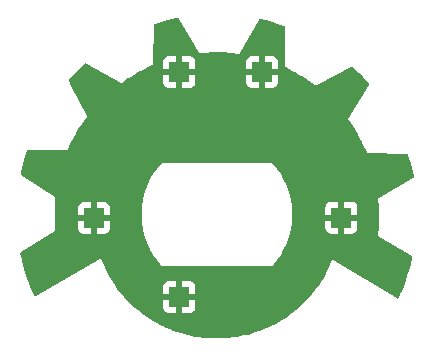
<source format=gtl>
G04 #@! TF.GenerationSoftware,KiCad,Pcbnew,7.0.1*
G04 #@! TF.CreationDate,2023-04-30T12:57:05-04:00*
G04 #@! TF.ProjectId,cord reel detent ring,636f7264-2072-4656-956c-20646574656e,rev?*
G04 #@! TF.SameCoordinates,Original*
G04 #@! TF.FileFunction,Copper,L1,Top*
G04 #@! TF.FilePolarity,Positive*
%FSLAX46Y46*%
G04 Gerber Fmt 4.6, Leading zero omitted, Abs format (unit mm)*
G04 Created by KiCad (PCBNEW 7.0.1) date 2023-04-30 12:57:05*
%MOMM*%
%LPD*%
G01*
G04 APERTURE LIST*
G04 #@! TA.AperFunction,ComponentPad*
%ADD10R,1.700000X1.700000*%
G04 #@! TD*
G04 APERTURE END LIST*
D10*
X-3175000Y-6985000D03*
X3810000Y12065000D03*
X10550000Y-270000D03*
X-3175000Y12065000D03*
X-10390000Y-310000D03*
G04 #@! TA.AperFunction,Conductor*
G36*
X-3239302Y16600895D02*
G01*
X-3204748Y16563561D01*
X-2178936Y14852824D01*
X-1472584Y13674847D01*
X-1466873Y13657786D01*
X-1458327Y13650879D01*
X-1454031Y13651387D01*
X-1338011Y13661349D01*
X-1337499Y13661392D01*
X-843027Y13701785D01*
X-838406Y13702076D01*
X-585691Y13713246D01*
X-584149Y13713305D01*
X-210462Y13725164D01*
X-206862Y13725226D01*
X65704Y13725958D01*
X68276Y13725938D01*
X427381Y13719453D01*
X429952Y13719380D01*
X702303Y13708807D01*
X705899Y13708615D01*
X1078900Y13683272D01*
X1080439Y13683158D01*
X1332604Y13662869D01*
X1337211Y13662411D01*
X1829900Y13604190D01*
X1830409Y13604129D01*
X1948666Y13589658D01*
X1950415Y13589425D01*
X1956088Y13593674D01*
X1961473Y13609720D01*
X1973219Y13630967D01*
X3554353Y16491207D01*
X3589617Y16531262D01*
X3638450Y16552787D01*
X3691807Y16551793D01*
X4239532Y16420368D01*
X4242868Y16419519D01*
X4480532Y16355466D01*
X4482523Y16354912D01*
X4905471Y16233328D01*
X4907450Y16232741D01*
X5142828Y16160813D01*
X5146107Y16159761D01*
X5684336Y15978799D01*
X5685035Y15978561D01*
X5685665Y15978345D01*
X5729425Y15952284D01*
X5759017Y15910831D01*
X5769449Y15860979D01*
X5767576Y12507941D01*
X5763700Y12490379D01*
X5767451Y12480145D01*
X5771147Y12478471D01*
X5848464Y12440628D01*
X5849083Y12440323D01*
X6380632Y12176479D01*
X6384913Y12174249D01*
X6611188Y12050730D01*
X6612996Y12049723D01*
X6994476Y11833141D01*
X6997451Y11831397D01*
X7234574Y11687909D01*
X7237500Y11686082D01*
X7606327Y11448638D01*
X7608058Y11447504D01*
X7822492Y11304338D01*
X7826454Y11301579D01*
X8306847Y10953069D01*
X8307404Y10952663D01*
X8377191Y10901440D01*
X8382127Y10897622D01*
X8383144Y10896792D01*
X8388606Y10898486D01*
X8405970Y10912911D01*
X8440084Y10930189D01*
X8444532Y10934465D01*
X11358160Y12516277D01*
X11407398Y12530903D01*
X11458339Y12524321D01*
X11502243Y12497660D01*
X11506662Y12493507D01*
X11507117Y12493077D01*
X11882594Y12136615D01*
X11884901Y12134367D01*
X12052465Y11966802D01*
X12053820Y11965425D01*
X12335273Y11675058D01*
X12336607Y11673660D01*
X12498916Y11500904D01*
X12501091Y11498528D01*
X12845497Y11112327D01*
X12845918Y11111852D01*
X12848813Y11108572D01*
X12874336Y11063068D01*
X12878883Y11011094D01*
X12861648Y10961850D01*
X11119983Y8112298D01*
X11108120Y8099442D01*
X11106776Y8090973D01*
X11107893Y8089400D01*
X11154028Y8022739D01*
X11154451Y8022122D01*
X11527093Y7476684D01*
X11529957Y7472296D01*
X11674109Y7240883D01*
X11675279Y7238967D01*
X11923512Y6823904D01*
X11925384Y6820663D01*
X12068952Y6563281D01*
X12070726Y6559985D01*
X12293465Y6130702D01*
X12294481Y6128700D01*
X12415635Y5884482D01*
X12417864Y5879740D01*
X12686156Y5276140D01*
X12686457Y5275456D01*
X12718502Y5202175D01*
X12719657Y5199375D01*
X12728397Y5195710D01*
X12745815Y5198916D01*
X16106143Y5123129D01*
X16156345Y5111265D01*
X16197375Y5079999D01*
X16222132Y5034743D01*
X16224387Y5027215D01*
X16224568Y5026604D01*
X16366179Y4544867D01*
X16367031Y4541829D01*
X16427401Y4315314D01*
X16427874Y4313481D01*
X16523384Y3931781D01*
X16523830Y3929941D01*
X16577256Y3701685D01*
X16577936Y3698604D01*
X16679846Y3207176D01*
X16679973Y3206555D01*
X16681627Y3198369D01*
X16681126Y3146893D01*
X16659763Y3100055D01*
X16621220Y3065930D01*
X13703426Y1412387D01*
X13686488Y1406984D01*
X13680401Y1399520D01*
X13680401Y1399519D01*
X13680347Y1399453D01*
X13680662Y1396328D01*
X13680739Y1395359D01*
X13687079Y1314622D01*
X13687133Y1313896D01*
X13733458Y675942D01*
X13733723Y670841D01*
X13742109Y402995D01*
X13742158Y400807D01*
X13748564Y-68626D01*
X13748561Y-72274D01*
X13743997Y-361509D01*
X13743885Y-365155D01*
X13722673Y-834161D01*
X13722555Y-836348D01*
X13705721Y-1103802D01*
X13705295Y-1108891D01*
X13638879Y-1744939D01*
X13638802Y-1745663D01*
X13629762Y-1827579D01*
X13629397Y-1830379D01*
X13635146Y-1837879D01*
X13651892Y-1843731D01*
X14517210Y-2363449D01*
X16491403Y-3549166D01*
X16529253Y-3584515D01*
X16549363Y-3632240D01*
X16548226Y-3684017D01*
X16538297Y-3725982D01*
X16538191Y-3726430D01*
X16409479Y-4261555D01*
X16408438Y-4265582D01*
X16333486Y-4536844D01*
X16333110Y-4538178D01*
X16218078Y-4937074D01*
X16217141Y-4940170D01*
X16125584Y-5229125D01*
X16124866Y-5231320D01*
X15997329Y-5609231D01*
X15996570Y-5611413D01*
X15894308Y-5896773D01*
X15893177Y-5899804D01*
X15742989Y-6286798D01*
X15742480Y-6288087D01*
X15637718Y-6549335D01*
X15636106Y-6553168D01*
X15416639Y-7051412D01*
X15372346Y-7104331D01*
X15306626Y-7125379D01*
X15239832Y-7108036D01*
X9808458Y-3881669D01*
X9792419Y-3868333D01*
X9782470Y-3864395D01*
X9773721Y-3860092D01*
X9771693Y-3860967D01*
X9768500Y-3867482D01*
X9766115Y-3875884D01*
X9524727Y-4436969D01*
X9521581Y-4443716D01*
X9326345Y-4831592D01*
X9326217Y-4831847D01*
X9237420Y-5007253D01*
X9234004Y-5013543D01*
X9037939Y-5350988D01*
X9037698Y-5351400D01*
X8915881Y-5559212D01*
X8912191Y-5565120D01*
X8706731Y-5874389D01*
X8706360Y-5874945D01*
X8561418Y-6090590D01*
X8557486Y-6096108D01*
X8340019Y-6384305D01*
X8339499Y-6384989D01*
X8175351Y-6599417D01*
X8171212Y-6604537D01*
X7941013Y-6874284D01*
X7940327Y-6875080D01*
X7759092Y-7083844D01*
X7754778Y-7088562D01*
X7512026Y-7340669D01*
X7511161Y-7341559D01*
X7314164Y-7542092D01*
X7309707Y-7546407D01*
X7054624Y-7781321D01*
X7053566Y-7782284D01*
X6842264Y-7972419D01*
X6837698Y-7976331D01*
X6570915Y-8193941D01*
X6569651Y-8194959D01*
X6345090Y-8373286D01*
X6340448Y-8376798D01*
X6062618Y-8576907D01*
X6061139Y-8577956D01*
X5824499Y-8743196D01*
X5819810Y-8746314D01*
X5531742Y-8928590D01*
X5530040Y-8929648D01*
X5282436Y-9080773D01*
X5277731Y-9083505D01*
X4980212Y-9247634D01*
X4978281Y-9248677D01*
X4720897Y-9384780D01*
X4716207Y-9387134D01*
X4410200Y-9532727D01*
X4408035Y-9533732D01*
X4141917Y-9654123D01*
X4137267Y-9656113D01*
X3823831Y-9782776D01*
X3821432Y-9783717D01*
X3547692Y-9887775D01*
X3543109Y-9889415D01*
X3223195Y-9996858D01*
X3220562Y-9997710D01*
X2940398Y-10084894D01*
X2935907Y-10086199D01*
X2610529Y-10174144D01*
X2607664Y-10174881D01*
X2322285Y-10244753D01*
X2317909Y-10245741D01*
X1988244Y-10313920D01*
X1985153Y-10314519D01*
X1695613Y-10366771D01*
X1691374Y-10367460D01*
X1358505Y-10415695D01*
X1355193Y-10416130D01*
X1062728Y-10450496D01*
X1058644Y-10450907D01*
X723649Y-10479068D01*
X720127Y-10479314D01*
X426013Y-10495622D01*
X422103Y-10495777D01*
X86056Y-10503787D01*
X82335Y-10503820D01*
X-212252Y-10501999D01*
X-215974Y-10501920D01*
X-551911Y-10489753D01*
X-555819Y-10489549D01*
X-849673Y-10469607D01*
X-853193Y-10469318D01*
X-1187864Y-10437009D01*
X-1191941Y-10436547D01*
X-1483895Y-10398576D01*
X-1487202Y-10398101D01*
X-1819485Y-10345746D01*
X-1823714Y-10345004D01*
X-2112588Y-10289175D01*
X-2115673Y-10288538D01*
X-2444457Y-10216288D01*
X-2448820Y-10215246D01*
X-2733363Y-10141836D01*
X-2736218Y-10141063D01*
X-3060418Y-10049119D01*
X-3064892Y-10047759D01*
X-3343973Y-9957111D01*
X-3346596Y-9956226D01*
X-3665172Y-9844829D01*
X-3669734Y-9843133D01*
X-3942148Y-9735703D01*
X-3944535Y-9734733D01*
X-4256396Y-9604195D01*
X-4261021Y-9602147D01*
X-4525643Y-9478469D01*
X-4527795Y-9477438D01*
X-4831943Y-9328089D01*
X-4836605Y-9325676D01*
X-5092335Y-9186372D01*
X-5094253Y-9185305D01*
X-5389670Y-9017535D01*
X-5394340Y-9014746D01*
X-5640070Y-8860563D01*
X-5641759Y-8859484D01*
X-5927558Y-8673654D01*
X-5932208Y-8670478D01*
X-6166739Y-8502357D01*
X-6168205Y-8501290D01*
X-6443595Y-8297718D01*
X-6448194Y-8294148D01*
X-6670454Y-8113119D01*
X-6671705Y-8112087D01*
X-6935832Y-7891148D01*
X-6940348Y-7887180D01*
X-7149334Y-7694399D01*
X-7150381Y-7693421D01*
X-7402498Y-7455405D01*
X-7406900Y-7451036D01*
X-7601368Y-7248118D01*
X-7602223Y-7247218D01*
X-7613700Y-7235000D01*
X-4525000Y-7235000D01*
X-4525000Y-7882824D01*
X-4518597Y-7942375D01*
X-4468352Y-8077089D01*
X-4382188Y-8192188D01*
X-4267089Y-8278352D01*
X-4132375Y-8328597D01*
X-4072824Y-8335000D01*
X-3425000Y-8335000D01*
X-3425000Y-7235000D01*
X-2925000Y-7235000D01*
X-2925000Y-8335000D01*
X-2277176Y-8335000D01*
X-2217624Y-8328597D01*
X-2082910Y-8278352D01*
X-1967811Y-8192188D01*
X-1881647Y-8077089D01*
X-1831402Y-7942375D01*
X-1825000Y-7882824D01*
X-1825000Y-7235000D01*
X-2925000Y-7235000D01*
X-3425000Y-7235000D01*
X-4525000Y-7235000D01*
X-7613700Y-7235000D01*
X-7841858Y-6992107D01*
X-7846114Y-6987335D01*
X-8024817Y-6776269D01*
X-8025492Y-6775465D01*
X-8059168Y-6735000D01*
X-4525000Y-6735000D01*
X-3425000Y-6735000D01*
X-3425000Y-5635000D01*
X-2925000Y-5635000D01*
X-2925000Y-6735000D01*
X-1825000Y-6735000D01*
X-1825000Y-6087176D01*
X-1831402Y-6027624D01*
X-1881647Y-5892910D01*
X-1967811Y-5777811D01*
X-2082910Y-5691647D01*
X-2217624Y-5641402D01*
X-2277176Y-5635000D01*
X-2925000Y-5635000D01*
X-3425000Y-5635000D01*
X-4072824Y-5635000D01*
X-4132375Y-5641402D01*
X-4267089Y-5691647D01*
X-4382188Y-5777811D01*
X-4468352Y-5892910D01*
X-4518597Y-6027624D01*
X-4525000Y-6087176D01*
X-4525000Y-6735000D01*
X-8059168Y-6735000D01*
X-8252282Y-6502958D01*
X-8256358Y-6497787D01*
X-8417810Y-6281385D01*
X-8418321Y-6280695D01*
X-8632240Y-5989786D01*
X-8636104Y-5984219D01*
X-8778246Y-5766982D01*
X-8778610Y-5766423D01*
X-8980354Y-5454444D01*
X-8983971Y-5448489D01*
X-9103189Y-5239218D01*
X-9103424Y-5238804D01*
X-9295302Y-4898959D01*
X-9298640Y-4892627D01*
X-9385505Y-4715639D01*
X-9385631Y-4715382D01*
X-9575817Y-4325605D01*
X-9578878Y-4318821D01*
X-9813281Y-3754856D01*
X-9815523Y-3746550D01*
X-9818720Y-3739797D01*
X-9820674Y-3738923D01*
X-9829301Y-3743015D01*
X-9839729Y-3746996D01*
X-9855928Y-3760131D01*
X-15339690Y-6920931D01*
X-15406713Y-6937394D01*
X-15472157Y-6915477D01*
X-15515747Y-6861970D01*
X-15737718Y-6339296D01*
X-15739327Y-6335317D01*
X-15842278Y-6067496D01*
X-15842784Y-6066157D01*
X-15993397Y-5660428D01*
X-15994516Y-5657284D01*
X-16094598Y-5363693D01*
X-16095346Y-5361429D01*
X-16221758Y-4965842D01*
X-16222462Y-4963564D01*
X-16311200Y-4666277D01*
X-16312111Y-4663065D01*
X-16424680Y-4245210D01*
X-16425044Y-4243827D01*
X-16496471Y-3965972D01*
X-16497468Y-3961799D01*
X-16621553Y-3399014D01*
X-16621655Y-3398547D01*
X-16630974Y-3355493D01*
X-16631417Y-3305166D01*
X-16611822Y-3258809D01*
X-16575417Y-3224057D01*
X-13692767Y-1425572D01*
X-13675618Y-1419705D01*
X-13667761Y-1410053D01*
X-13668426Y-1404675D01*
X-13675685Y-1315954D01*
X-13675737Y-1315301D01*
X-13717945Y-763571D01*
X-13718210Y-758991D01*
X-13726045Y-560000D01*
X-11740000Y-560000D01*
X-11740000Y-1207824D01*
X-11733597Y-1267375D01*
X-11683352Y-1402089D01*
X-11597188Y-1517188D01*
X-11482089Y-1603352D01*
X-11347375Y-1653597D01*
X-11287824Y-1660000D01*
X-10640000Y-1660000D01*
X-10640000Y-560000D01*
X-10140000Y-560000D01*
X-10140000Y-1660000D01*
X-9492176Y-1660000D01*
X-9432624Y-1653597D01*
X-9297910Y-1603352D01*
X-9182811Y-1517188D01*
X-9096647Y-1402089D01*
X-9046402Y-1267375D01*
X-9040000Y-1207824D01*
X-9040000Y-560000D01*
X-10140000Y-560000D01*
X-10640000Y-560000D01*
X-11740000Y-560000D01*
X-13726045Y-560000D01*
X-13728014Y-509990D01*
X-13728076Y-508024D01*
X-13737750Y-96406D01*
X-13737783Y-93129D01*
X-13737686Y-60000D01*
X-11740000Y-60000D01*
X-10640000Y-60000D01*
X-10640000Y1040000D01*
X-10140000Y1040000D01*
X-10140000Y-60000D01*
X-9040000Y-60000D01*
X-9040000Y242083D01*
X-6373580Y242083D01*
X-6373566Y-242445D01*
X-6336771Y-725574D01*
X-6263407Y-1204515D01*
X-6153898Y-1676506D01*
X-6008874Y-2138821D01*
X-5829174Y-2588794D01*
X-5829171Y-2588801D01*
X-5767220Y-2715127D01*
X-5615835Y-3023826D01*
X-5500058Y-3220556D01*
X-5370094Y-3441398D01*
X-5370090Y-3441402D01*
X-5370087Y-3441409D01*
X-5093348Y-3839131D01*
X-4787216Y-4214698D01*
X-4636675Y-4373169D01*
X-4635074Y-4375659D01*
X-4620498Y-4390267D01*
X-4620072Y-4390705D01*
X-4620018Y-4390706D01*
X-4620018Y-4390707D01*
X-4620017Y-4390706D01*
X-4577445Y-4391871D01*
X-4570308Y-4390500D01*
X4590474Y-4390500D01*
X4621188Y-4396384D01*
X4645296Y-4395701D01*
X4645297Y-4395699D01*
X4645299Y-4395701D01*
X4645642Y-4395338D01*
X4645641Y-4395337D01*
X4812123Y-4219372D01*
X5117513Y-3843265D01*
X5393578Y-3445134D01*
X5638734Y-3027261D01*
X5851578Y-2592040D01*
X6030889Y-2141965D01*
X6175640Y-1679616D01*
X6285001Y-1207641D01*
X6358346Y-728746D01*
X6374295Y-520000D01*
X9200000Y-520000D01*
X9200000Y-1167824D01*
X9206402Y-1227375D01*
X9256647Y-1362089D01*
X9342811Y-1477188D01*
X9457910Y-1563352D01*
X9592624Y-1613597D01*
X9652176Y-1620000D01*
X10300000Y-1620000D01*
X10300000Y-520000D01*
X10800000Y-520000D01*
X10800000Y-1620000D01*
X11447824Y-1620000D01*
X11507375Y-1613597D01*
X11642089Y-1563352D01*
X11757188Y-1477188D01*
X11843352Y-1362089D01*
X11893597Y-1227375D01*
X11900000Y-1167824D01*
X11900000Y-520000D01*
X10800000Y-520000D01*
X10300000Y-520000D01*
X9200000Y-520000D01*
X6374295Y-520000D01*
X6395255Y-245675D01*
X6395376Y-20000D01*
X9200000Y-20000D01*
X10300000Y-20000D01*
X10300000Y1080000D01*
X10800000Y1080000D01*
X10800000Y-20000D01*
X11900000Y-20000D01*
X11900000Y627824D01*
X11893597Y687375D01*
X11843352Y822089D01*
X11757188Y937188D01*
X11642089Y1023352D01*
X11507375Y1073597D01*
X11447824Y1080000D01*
X10800000Y1080000D01*
X10300000Y1080000D01*
X9652176Y1080000D01*
X9592624Y1073597D01*
X9457910Y1023352D01*
X9342811Y937188D01*
X9256647Y822089D01*
X9206402Y687375D01*
X9200000Y627824D01*
X9200000Y-20000D01*
X6395376Y-20000D01*
X6395515Y238803D01*
X6359126Y721914D01*
X6286296Y1200887D01*
X6177442Y1672979D01*
X6033188Y2135483D01*
X5854361Y2585750D01*
X5641985Y3021200D01*
X5397278Y3439336D01*
X5121641Y3837764D01*
X4816656Y4214199D01*
X4666485Y4373264D01*
X4664684Y4376074D01*
X4650747Y4390018D01*
X4650081Y4390704D01*
X4650021Y4390705D01*
X4650020Y4390707D01*
X4650018Y4390705D01*
X4607988Y4391939D01*
X4600467Y4390497D01*
X-4570556Y4390238D01*
X-4577688Y4391609D01*
X-4620265Y4390442D01*
X-4620267Y4390444D01*
X-4620268Y4390442D01*
X-4620327Y4390441D01*
X-4620948Y4389804D01*
X-4634960Y4375831D01*
X-4636694Y4373149D01*
X-4787456Y4214426D01*
X-5093566Y3838842D01*
X-5370282Y3441104D01*
X-5616007Y3023507D01*
X-5829321Y2588462D01*
X-6008996Y2138480D01*
X-6153993Y1676156D01*
X-6263476Y1204159D01*
X-6336813Y725214D01*
X-6373580Y242083D01*
X-9040000Y242083D01*
X-9040000Y587824D01*
X-9046402Y647375D01*
X-9096647Y782089D01*
X-9182811Y897188D01*
X-9297910Y983352D01*
X-9432624Y1033597D01*
X-9492176Y1040000D01*
X-10140000Y1040000D01*
X-10640000Y1040000D01*
X-11287824Y1040000D01*
X-11347375Y1033597D01*
X-11482089Y983352D01*
X-11597188Y897188D01*
X-11683352Y782089D01*
X-11733597Y647375D01*
X-11740000Y587824D01*
X-11740000Y-60000D01*
X-13737686Y-60000D01*
X-13736999Y173700D01*
X-13736947Y176976D01*
X-13724858Y588598D01*
X-13724784Y590564D01*
X-13713522Y839435D01*
X-13713230Y844013D01*
X-13667797Y1395359D01*
X-13667742Y1396012D01*
X-13659918Y1485196D01*
X-13659280Y1490234D01*
X-13659448Y1490442D01*
X-13659448Y1490443D01*
X-13666979Y1499775D01*
X-13684083Y1505696D01*
X-16562419Y3311247D01*
X-16598731Y3346076D01*
X-16618215Y3392466D01*
X-16617663Y3442779D01*
X-16616459Y3448285D01*
X-16616318Y3448920D01*
X-16498305Y3975356D01*
X-16497536Y3978583D01*
X-16438593Y4212074D01*
X-16438091Y4214000D01*
X-16328761Y4619545D01*
X-16328227Y4621461D01*
X-16261834Y4852895D01*
X-16260877Y4856071D01*
X-16098269Y5370556D01*
X-16098065Y5371195D01*
X-16097316Y5373521D01*
X-16071584Y5418319D01*
X-16029831Y5448743D01*
X-15979303Y5459513D01*
X-12678650Y5459995D01*
X-12648976Y5454096D01*
X-12641757Y5454318D01*
X-12637395Y5456044D01*
X-12628243Y5458642D01*
X-12626495Y5462656D01*
X-12592555Y5536275D01*
X-12592243Y5536947D01*
X-12316121Y6126596D01*
X-12313828Y6131237D01*
X-12188935Y6371308D01*
X-12187894Y6373267D01*
X-11960066Y6792700D01*
X-11958253Y6795922D01*
X-11811104Y7048560D01*
X-11809195Y7051727D01*
X-11556803Y7456782D01*
X-11555613Y7458655D01*
X-11408384Y7685780D01*
X-11405478Y7690064D01*
X-11028881Y8221073D01*
X-11028453Y8221674D01*
X-10982246Y8286012D01*
X-10979265Y8289855D01*
X-10980893Y8301383D01*
X-10992550Y8315146D01*
X-12318589Y10857811D01*
X-12542767Y11287670D01*
X-12556512Y11336268D01*
X-12549737Y11386316D01*
X-12523567Y11429512D01*
X-12516380Y11437230D01*
X-12515950Y11437689D01*
X-12174064Y11801119D01*
X-12171880Y11803384D01*
X-12007542Y11969427D01*
X-12006204Y11970758D01*
X-11726817Y12244579D01*
X-11725459Y12245889D01*
X-11556117Y12406879D01*
X-11553809Y12409018D01*
X-11183560Y12743537D01*
X-11183097Y12743953D01*
X-11175946Y12750349D01*
X-11131845Y12775775D01*
X-11081245Y12781340D01*
X-11032673Y12766104D01*
X-8107095Y11127063D01*
X-8093673Y11115130D01*
X-8082952Y11113420D01*
X-8079579Y11115917D01*
X-8010485Y11163803D01*
X-8009905Y11164202D01*
X-7506301Y11509016D01*
X-7502176Y11511722D01*
X-7280653Y11650789D01*
X-7278853Y11651897D01*
X-7008928Y11815000D01*
X-4525000Y11815000D01*
X-4525000Y11167176D01*
X-4518597Y11107624D01*
X-4468352Y10972910D01*
X-4382188Y10857811D01*
X-4267089Y10771647D01*
X-4132375Y10721402D01*
X-4072824Y10715000D01*
X-3425000Y10715000D01*
X-3425000Y11815000D01*
X-2925000Y11815000D01*
X-2925000Y10715000D01*
X-2277176Y10715000D01*
X-2217624Y10721402D01*
X-2082910Y10771647D01*
X-1967811Y10857811D01*
X-1881647Y10972910D01*
X-1831402Y11107624D01*
X-1825000Y11167176D01*
X-1825000Y11815000D01*
X2460000Y11815000D01*
X2460000Y11167176D01*
X2466402Y11107624D01*
X2516647Y10972910D01*
X2602811Y10857811D01*
X2717910Y10771647D01*
X2852624Y10721402D01*
X2912176Y10715000D01*
X3560000Y10715000D01*
X3560000Y11815000D01*
X4060000Y11815000D01*
X4060000Y10715000D01*
X4707824Y10715000D01*
X4767375Y10721402D01*
X4902089Y10771647D01*
X5017188Y10857811D01*
X5103352Y10972910D01*
X5153597Y11107624D01*
X5160000Y11167176D01*
X5160000Y11815000D01*
X4060000Y11815000D01*
X3560000Y11815000D01*
X2460000Y11815000D01*
X-1825000Y11815000D01*
X-2925000Y11815000D01*
X-3425000Y11815000D01*
X-4525000Y11815000D01*
X-7008928Y11815000D01*
X-6893774Y11884582D01*
X-6890733Y11886362D01*
X-6645696Y12025079D01*
X-6642605Y12026771D01*
X-6244861Y12237243D01*
X-6242984Y12238216D01*
X-6091695Y12315000D01*
X-4525000Y12315000D01*
X-3425000Y12315000D01*
X-3425000Y13415000D01*
X-2925000Y13415000D01*
X-2925000Y12315000D01*
X-1825000Y12315000D01*
X2460000Y12315000D01*
X3560000Y12315000D01*
X3560000Y13415000D01*
X4060000Y13415000D01*
X4060000Y12315000D01*
X5160000Y12315000D01*
X5160000Y12962824D01*
X5153597Y13022375D01*
X5103352Y13157089D01*
X5017188Y13272188D01*
X4902089Y13358352D01*
X4767375Y13408597D01*
X4707824Y13415000D01*
X4060000Y13415000D01*
X3560000Y13415000D01*
X2912176Y13415000D01*
X2852624Y13408597D01*
X2717910Y13358352D01*
X2602811Y13272188D01*
X2516647Y13157089D01*
X2466402Y13022375D01*
X2460000Y12962824D01*
X2460000Y12315000D01*
X-1825000Y12315000D01*
X-1825000Y12962824D01*
X-1831402Y13022375D01*
X-1881647Y13157089D01*
X-1967811Y13272188D01*
X-2082910Y13358352D01*
X-2217624Y13408597D01*
X-2277176Y13415000D01*
X-2925000Y13415000D01*
X-3425000Y13415000D01*
X-4072824Y13415000D01*
X-4132375Y13408597D01*
X-4267089Y13358352D01*
X-4382188Y13272188D01*
X-4468352Y13157089D01*
X-4518597Y13022375D01*
X-4525000Y12962824D01*
X-4525000Y12315000D01*
X-6091695Y12315000D01*
X-6009795Y12356567D01*
X-6005352Y12358711D01*
X-5450453Y12613113D01*
X-5449813Y12613405D01*
X-5388183Y12641238D01*
X-5371825Y12648625D01*
X-5368096Y12650228D01*
X-5365421Y12659473D01*
X-5363790Y12663523D01*
X-5363485Y12672224D01*
X-5369060Y12701224D01*
X-5340764Y16000780D01*
X-5329593Y16051163D01*
X-5298881Y16092634D01*
X-5253947Y16118013D01*
X-5250571Y16119074D01*
X-5249941Y16119269D01*
X-4740119Y16276522D01*
X-4736958Y16277452D01*
X-4506060Y16342005D01*
X-4504152Y16342522D01*
X-4101910Y16448095D01*
X-4099993Y16448582D01*
X-3867183Y16505733D01*
X-3863972Y16506476D01*
X-3341533Y16620092D01*
X-3340902Y16620227D01*
X-3336813Y16621094D01*
X-3285941Y16621213D01*
X-3239302Y16600895D01*
G37*
G04 #@! TD.AperFunction*
M02*

</source>
